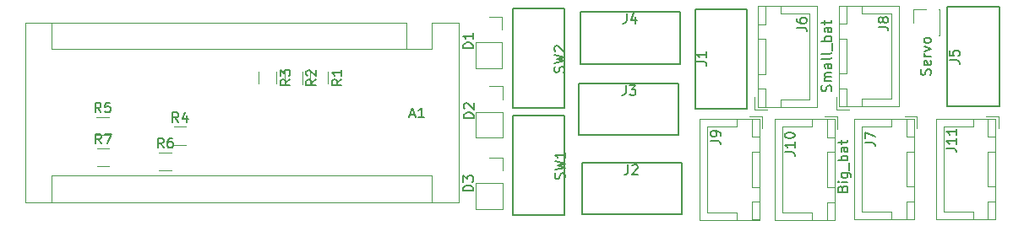
<source format=gbr>
G04 #@! TF.GenerationSoftware,KiCad,Pcbnew,(5.1.2)-2*
G04 #@! TF.CreationDate,2020-01-25T22:11:55+00:00*
G04 #@! TF.ProjectId,rowing_steerting,726f7769-6e67-45f7-9374-65657274696e,rev?*
G04 #@! TF.SameCoordinates,Original*
G04 #@! TF.FileFunction,Legend,Top*
G04 #@! TF.FilePolarity,Positive*
%FSLAX46Y46*%
G04 Gerber Fmt 4.6, Leading zero omitted, Abs format (unit mm)*
G04 Created by KiCad (PCBNEW (5.1.2)-2) date 2020-01-25 22:11:55*
%MOMM*%
%LPD*%
G04 APERTURE LIST*
%ADD10C,0.150000*%
%ADD11C,0.120000*%
G04 APERTURE END LIST*
D10*
X83509811Y-18558236D02*
X83557430Y-18415379D01*
X83605049Y-18367760D01*
X83700287Y-18320140D01*
X83843144Y-18320140D01*
X83938382Y-18367760D01*
X83986001Y-18415379D01*
X84033620Y-18510617D01*
X84033620Y-18891569D01*
X83033620Y-18891569D01*
X83033620Y-18558236D01*
X83081240Y-18462998D01*
X83128859Y-18415379D01*
X83224097Y-18367760D01*
X83319335Y-18367760D01*
X83414573Y-18415379D01*
X83462192Y-18462998D01*
X83509811Y-18558236D01*
X83509811Y-18891569D01*
X84033620Y-17891569D02*
X83366954Y-17891569D01*
X83033620Y-17891569D02*
X83081240Y-17939188D01*
X83128859Y-17891569D01*
X83081240Y-17843950D01*
X83033620Y-17891569D01*
X83128859Y-17891569D01*
X83366954Y-16986807D02*
X84176478Y-16986807D01*
X84271716Y-17034426D01*
X84319335Y-17082045D01*
X84366954Y-17177283D01*
X84366954Y-17320140D01*
X84319335Y-17415379D01*
X83986001Y-16986807D02*
X84033620Y-17082045D01*
X84033620Y-17272521D01*
X83986001Y-17367760D01*
X83938382Y-17415379D01*
X83843144Y-17462998D01*
X83557430Y-17462998D01*
X83462192Y-17415379D01*
X83414573Y-17367760D01*
X83366954Y-17272521D01*
X83366954Y-17082045D01*
X83414573Y-16986807D01*
X84128859Y-16748712D02*
X84128859Y-15986807D01*
X84033620Y-15748712D02*
X83033620Y-15748712D01*
X83414573Y-15748712D02*
X83366954Y-15653474D01*
X83366954Y-15462998D01*
X83414573Y-15367760D01*
X83462192Y-15320140D01*
X83557430Y-15272521D01*
X83843144Y-15272521D01*
X83938382Y-15320140D01*
X83986001Y-15367760D01*
X84033620Y-15462998D01*
X84033620Y-15653474D01*
X83986001Y-15748712D01*
X84033620Y-14415379D02*
X83509811Y-14415379D01*
X83414573Y-14462998D01*
X83366954Y-14558236D01*
X83366954Y-14748712D01*
X83414573Y-14843950D01*
X83986001Y-14415379D02*
X84033620Y-14510617D01*
X84033620Y-14748712D01*
X83986001Y-14843950D01*
X83890763Y-14891569D01*
X83795525Y-14891569D01*
X83700287Y-14843950D01*
X83652668Y-14748712D01*
X83652668Y-14510617D01*
X83605049Y-14415379D01*
X83366954Y-14082045D02*
X83366954Y-13701093D01*
X83033620Y-13939188D02*
X83890763Y-13939188D01*
X83986001Y-13891569D01*
X84033620Y-13796331D01*
X84033620Y-13701093D01*
X82345161Y-8783200D02*
X82392780Y-8640342D01*
X82392780Y-8402247D01*
X82345161Y-8307009D01*
X82297542Y-8259390D01*
X82202304Y-8211771D01*
X82107066Y-8211771D01*
X82011828Y-8259390D01*
X81964209Y-8307009D01*
X81916590Y-8402247D01*
X81868971Y-8592723D01*
X81821352Y-8687961D01*
X81773733Y-8735580D01*
X81678495Y-8783200D01*
X81583257Y-8783200D01*
X81488019Y-8735580D01*
X81440400Y-8687961D01*
X81392780Y-8592723D01*
X81392780Y-8354628D01*
X81440400Y-8211771D01*
X82392780Y-7783200D02*
X81726114Y-7783200D01*
X81821352Y-7783200D02*
X81773733Y-7735580D01*
X81726114Y-7640342D01*
X81726114Y-7497485D01*
X81773733Y-7402247D01*
X81868971Y-7354628D01*
X82392780Y-7354628D01*
X81868971Y-7354628D02*
X81773733Y-7307009D01*
X81726114Y-7211771D01*
X81726114Y-7068914D01*
X81773733Y-6973676D01*
X81868971Y-6926057D01*
X82392780Y-6926057D01*
X82392780Y-6021295D02*
X81868971Y-6021295D01*
X81773733Y-6068914D01*
X81726114Y-6164152D01*
X81726114Y-6354628D01*
X81773733Y-6449866D01*
X82345161Y-6021295D02*
X82392780Y-6116533D01*
X82392780Y-6354628D01*
X82345161Y-6449866D01*
X82249923Y-6497485D01*
X82154685Y-6497485D01*
X82059447Y-6449866D01*
X82011828Y-6354628D01*
X82011828Y-6116533D01*
X81964209Y-6021295D01*
X82392780Y-5402247D02*
X82345161Y-5497485D01*
X82249923Y-5545104D01*
X81392780Y-5545104D01*
X82392780Y-4878438D02*
X82345161Y-4973676D01*
X82249923Y-5021295D01*
X81392780Y-5021295D01*
X82488019Y-4735580D02*
X82488019Y-3973676D01*
X82392780Y-3735580D02*
X81392780Y-3735580D01*
X81773733Y-3735580D02*
X81726114Y-3640342D01*
X81726114Y-3449866D01*
X81773733Y-3354628D01*
X81821352Y-3307009D01*
X81916590Y-3259390D01*
X82202304Y-3259390D01*
X82297542Y-3307009D01*
X82345161Y-3354628D01*
X82392780Y-3449866D01*
X82392780Y-3640342D01*
X82345161Y-3735580D01*
X82392780Y-2402247D02*
X81868971Y-2402247D01*
X81773733Y-2449866D01*
X81726114Y-2545104D01*
X81726114Y-2735580D01*
X81773733Y-2830819D01*
X82345161Y-2402247D02*
X82392780Y-2497485D01*
X82392780Y-2735580D01*
X82345161Y-2830819D01*
X82249923Y-2878438D01*
X82154685Y-2878438D01*
X82059447Y-2830819D01*
X82011828Y-2735580D01*
X82011828Y-2497485D01*
X81964209Y-2402247D01*
X81726114Y-2068914D02*
X81726114Y-1687961D01*
X81392780Y-1926057D02*
X82249923Y-1926057D01*
X82345161Y-1878438D01*
X82392780Y-1783200D01*
X82392780Y-1687961D01*
D11*
X39809420Y-4559300D02*
X42349420Y-4559300D01*
X42349420Y-4559300D02*
X42349420Y-1889300D01*
X39809420Y-1889300D02*
X1579420Y-1889300D01*
X45019420Y-1889300D02*
X42349420Y-1889300D01*
X42349420Y-17259300D02*
X42349420Y-19929300D01*
X42349420Y-17259300D02*
X4249420Y-17259300D01*
X4249420Y-17259300D02*
X4249420Y-19929300D01*
X39809420Y-4559300D02*
X39809420Y-1889300D01*
X39809420Y-4559300D02*
X4249420Y-4559300D01*
X4249420Y-4559300D02*
X4249420Y-1889300D01*
X1579420Y-1889300D02*
X1579420Y-19929300D01*
X1579420Y-19929300D02*
X45019420Y-19929300D01*
X45019420Y-19929300D02*
X45019420Y-1889300D01*
D10*
X71356220Y-524500D02*
X73956220Y-524500D01*
X73956220Y-524500D02*
X73956220Y-5524500D01*
X68756220Y-5424500D02*
X68756220Y-524500D01*
X68756220Y-524500D02*
X71256220Y-524500D01*
X71256220Y-10524500D02*
X68756220Y-10524500D01*
X68756220Y-10524500D02*
X68756220Y-7924500D01*
X73956220Y-8424500D02*
X73956220Y-10524500D01*
X73956220Y-10524500D02*
X71356220Y-10524500D01*
X68756220Y-5424500D02*
X68756220Y-7924500D01*
X73956220Y-5524500D02*
X73956220Y-8424500D01*
X71356220Y-524500D02*
X71256220Y-524500D01*
X71356220Y-10524500D02*
X71256220Y-10524500D01*
X67374780Y-18559780D02*
X67374780Y-21159780D01*
X67374780Y-21159780D02*
X62374780Y-21159780D01*
X62474780Y-15959780D02*
X67374780Y-15959780D01*
X67374780Y-15959780D02*
X67374780Y-18459780D01*
X57374780Y-18459780D02*
X57374780Y-15959780D01*
X57374780Y-15959780D02*
X59974780Y-15959780D01*
X59474780Y-21159780D02*
X57374780Y-21159780D01*
X57374780Y-21159780D02*
X57374780Y-18559780D01*
X62474780Y-15959780D02*
X59974780Y-15959780D01*
X62374780Y-21159780D02*
X59474780Y-21159780D01*
X67374780Y-18559780D02*
X67374780Y-18459780D01*
X57374780Y-18559780D02*
X57374780Y-18459780D01*
X57092840Y-10612120D02*
X57092840Y-10512120D01*
X67092840Y-10612120D02*
X67092840Y-10512120D01*
X62092840Y-13212120D02*
X59192840Y-13212120D01*
X62192840Y-8012120D02*
X59692840Y-8012120D01*
X57092840Y-13212120D02*
X57092840Y-10612120D01*
X59192840Y-13212120D02*
X57092840Y-13212120D01*
X57092840Y-8012120D02*
X59692840Y-8012120D01*
X57092840Y-10512120D02*
X57092840Y-8012120D01*
X67092840Y-8012120D02*
X67092840Y-10512120D01*
X62192840Y-8012120D02*
X67092840Y-8012120D01*
X67092840Y-13212120D02*
X62092840Y-13212120D01*
X67092840Y-10612120D02*
X67092840Y-13212120D01*
X67245240Y-3431540D02*
X67245240Y-6031540D01*
X67245240Y-6031540D02*
X62245240Y-6031540D01*
X62345240Y-831540D02*
X67245240Y-831540D01*
X67245240Y-831540D02*
X67245240Y-3331540D01*
X57245240Y-3331540D02*
X57245240Y-831540D01*
X57245240Y-831540D02*
X59845240Y-831540D01*
X59345240Y-6031540D02*
X57245240Y-6031540D01*
X57245240Y-6031540D02*
X57245240Y-3431540D01*
X62345240Y-831540D02*
X59845240Y-831540D01*
X62245240Y-6031540D02*
X59345240Y-6031540D01*
X67245240Y-3431540D02*
X67245240Y-3331540D01*
X57245240Y-3431540D02*
X57245240Y-3331540D01*
X96608900Y-298440D02*
X99208900Y-298440D01*
X99208900Y-298440D02*
X99208900Y-5298440D01*
X94008900Y-5198440D02*
X94008900Y-298440D01*
X94008900Y-298440D02*
X96508900Y-298440D01*
X96508900Y-10298440D02*
X94008900Y-10298440D01*
X94008900Y-10298440D02*
X94008900Y-7698440D01*
X99208900Y-8198440D02*
X99208900Y-10298440D01*
X99208900Y-10298440D02*
X96608900Y-10298440D01*
X94008900Y-5198440D02*
X94008900Y-7698440D01*
X99208900Y-5298440D02*
X99208900Y-8198440D01*
X96608900Y-298440D02*
X96508900Y-298440D01*
X96608900Y-10298440D02*
X96508900Y-10298440D01*
D11*
X74722540Y-10645260D02*
X75972540Y-10645260D01*
X74722540Y-9395260D02*
X74722540Y-10645260D01*
X80222540Y-995260D02*
X80222540Y-5295260D01*
X77272540Y-995260D02*
X80222540Y-995260D01*
X77272540Y-245260D02*
X77272540Y-995260D01*
X80222540Y-9595260D02*
X80222540Y-5295260D01*
X77272540Y-9595260D02*
X80222540Y-9595260D01*
X77272540Y-10345260D02*
X77272540Y-9595260D01*
X75022540Y-245260D02*
X75022540Y-2045260D01*
X75772540Y-245260D02*
X75022540Y-245260D01*
X75772540Y-2045260D02*
X75772540Y-245260D01*
X75022540Y-2045260D02*
X75772540Y-2045260D01*
X75022540Y-8545260D02*
X75022540Y-10345260D01*
X75772540Y-8545260D02*
X75022540Y-8545260D01*
X75772540Y-10345260D02*
X75772540Y-8545260D01*
X75022540Y-10345260D02*
X75772540Y-10345260D01*
X75022540Y-3545260D02*
X75022540Y-7045260D01*
X75772540Y-3545260D02*
X75022540Y-3545260D01*
X75772540Y-7045260D02*
X75772540Y-3545260D01*
X75022540Y-7045260D02*
X75772540Y-7045260D01*
X75012540Y-235260D02*
X75012540Y-10355260D01*
X80982540Y-235260D02*
X75012540Y-235260D01*
X80982540Y-10355260D02*
X80982540Y-235260D01*
X75012540Y-10355260D02*
X80982540Y-10355260D01*
X90679280Y-11562400D02*
X84709280Y-11562400D01*
X84709280Y-11562400D02*
X84709280Y-21682400D01*
X84709280Y-21682400D02*
X90679280Y-21682400D01*
X90679280Y-21682400D02*
X90679280Y-11562400D01*
X90669280Y-14872400D02*
X89919280Y-14872400D01*
X89919280Y-14872400D02*
X89919280Y-18372400D01*
X89919280Y-18372400D02*
X90669280Y-18372400D01*
X90669280Y-18372400D02*
X90669280Y-14872400D01*
X90669280Y-11572400D02*
X89919280Y-11572400D01*
X89919280Y-11572400D02*
X89919280Y-13372400D01*
X89919280Y-13372400D02*
X90669280Y-13372400D01*
X90669280Y-13372400D02*
X90669280Y-11572400D01*
X90669280Y-19872400D02*
X89919280Y-19872400D01*
X89919280Y-19872400D02*
X89919280Y-21672400D01*
X89919280Y-21672400D02*
X90669280Y-21672400D01*
X90669280Y-21672400D02*
X90669280Y-19872400D01*
X88419280Y-11572400D02*
X88419280Y-12322400D01*
X88419280Y-12322400D02*
X85469280Y-12322400D01*
X85469280Y-12322400D02*
X85469280Y-16622400D01*
X88419280Y-21672400D02*
X88419280Y-20922400D01*
X88419280Y-20922400D02*
X85469280Y-20922400D01*
X85469280Y-20922400D02*
X85469280Y-16622400D01*
X90969280Y-12522400D02*
X90969280Y-11272400D01*
X90969280Y-11272400D02*
X89719280Y-11272400D01*
X83165940Y-10319700D02*
X89135940Y-10319700D01*
X89135940Y-10319700D02*
X89135940Y-199700D01*
X89135940Y-199700D02*
X83165940Y-199700D01*
X83165940Y-199700D02*
X83165940Y-10319700D01*
X83175940Y-7009700D02*
X83925940Y-7009700D01*
X83925940Y-7009700D02*
X83925940Y-3509700D01*
X83925940Y-3509700D02*
X83175940Y-3509700D01*
X83175940Y-3509700D02*
X83175940Y-7009700D01*
X83175940Y-10309700D02*
X83925940Y-10309700D01*
X83925940Y-10309700D02*
X83925940Y-8509700D01*
X83925940Y-8509700D02*
X83175940Y-8509700D01*
X83175940Y-8509700D02*
X83175940Y-10309700D01*
X83175940Y-2009700D02*
X83925940Y-2009700D01*
X83925940Y-2009700D02*
X83925940Y-209700D01*
X83925940Y-209700D02*
X83175940Y-209700D01*
X83175940Y-209700D02*
X83175940Y-2009700D01*
X85425940Y-10309700D02*
X85425940Y-9559700D01*
X85425940Y-9559700D02*
X88375940Y-9559700D01*
X88375940Y-9559700D02*
X88375940Y-5259700D01*
X85425940Y-209700D02*
X85425940Y-959700D01*
X85425940Y-959700D02*
X88375940Y-959700D01*
X88375940Y-959700D02*
X88375940Y-5259700D01*
X82875940Y-9359700D02*
X82875940Y-10609700D01*
X82875940Y-10609700D02*
X84125940Y-10609700D01*
X75452420Y-11282560D02*
X74202420Y-11282560D01*
X75452420Y-12532560D02*
X75452420Y-11282560D01*
X69952420Y-20932560D02*
X69952420Y-16632560D01*
X72902420Y-20932560D02*
X69952420Y-20932560D01*
X72902420Y-21682560D02*
X72902420Y-20932560D01*
X69952420Y-12332560D02*
X69952420Y-16632560D01*
X72902420Y-12332560D02*
X69952420Y-12332560D01*
X72902420Y-11582560D02*
X72902420Y-12332560D01*
X75152420Y-21682560D02*
X75152420Y-19882560D01*
X74402420Y-21682560D02*
X75152420Y-21682560D01*
X74402420Y-19882560D02*
X74402420Y-21682560D01*
X75152420Y-19882560D02*
X74402420Y-19882560D01*
X75152420Y-13382560D02*
X75152420Y-11582560D01*
X74402420Y-13382560D02*
X75152420Y-13382560D01*
X74402420Y-11582560D02*
X74402420Y-13382560D01*
X75152420Y-11582560D02*
X74402420Y-11582560D01*
X75152420Y-18382560D02*
X75152420Y-14882560D01*
X74402420Y-18382560D02*
X75152420Y-18382560D01*
X74402420Y-14882560D02*
X74402420Y-18382560D01*
X75152420Y-14882560D02*
X74402420Y-14882560D01*
X75162420Y-21692560D02*
X75162420Y-11572560D01*
X69192420Y-21692560D02*
X75162420Y-21692560D01*
X69192420Y-11572560D02*
X69192420Y-21692560D01*
X75162420Y-11572560D02*
X69192420Y-11572560D01*
X82703680Y-11597960D02*
X76733680Y-11597960D01*
X76733680Y-11597960D02*
X76733680Y-21717960D01*
X76733680Y-21717960D02*
X82703680Y-21717960D01*
X82703680Y-21717960D02*
X82703680Y-11597960D01*
X82693680Y-14907960D02*
X81943680Y-14907960D01*
X81943680Y-14907960D02*
X81943680Y-18407960D01*
X81943680Y-18407960D02*
X82693680Y-18407960D01*
X82693680Y-18407960D02*
X82693680Y-14907960D01*
X82693680Y-11607960D02*
X81943680Y-11607960D01*
X81943680Y-11607960D02*
X81943680Y-13407960D01*
X81943680Y-13407960D02*
X82693680Y-13407960D01*
X82693680Y-13407960D02*
X82693680Y-11607960D01*
X82693680Y-19907960D02*
X81943680Y-19907960D01*
X81943680Y-19907960D02*
X81943680Y-21707960D01*
X81943680Y-21707960D02*
X82693680Y-21707960D01*
X82693680Y-21707960D02*
X82693680Y-19907960D01*
X80443680Y-11607960D02*
X80443680Y-12357960D01*
X80443680Y-12357960D02*
X77493680Y-12357960D01*
X77493680Y-12357960D02*
X77493680Y-16657960D01*
X80443680Y-21707960D02*
X80443680Y-20957960D01*
X80443680Y-20957960D02*
X77493680Y-20957960D01*
X77493680Y-20957960D02*
X77493680Y-16657960D01*
X82993680Y-12557960D02*
X82993680Y-11307960D01*
X82993680Y-11307960D02*
X81743680Y-11307960D01*
X99122680Y-11272400D02*
X97872680Y-11272400D01*
X99122680Y-12522400D02*
X99122680Y-11272400D01*
X93622680Y-20922400D02*
X93622680Y-16622400D01*
X96572680Y-20922400D02*
X93622680Y-20922400D01*
X96572680Y-21672400D02*
X96572680Y-20922400D01*
X93622680Y-12322400D02*
X93622680Y-16622400D01*
X96572680Y-12322400D02*
X93622680Y-12322400D01*
X96572680Y-11572400D02*
X96572680Y-12322400D01*
X98822680Y-21672400D02*
X98822680Y-19872400D01*
X98072680Y-21672400D02*
X98822680Y-21672400D01*
X98072680Y-19872400D02*
X98072680Y-21672400D01*
X98822680Y-19872400D02*
X98072680Y-19872400D01*
X98822680Y-13372400D02*
X98822680Y-11572400D01*
X98072680Y-13372400D02*
X98822680Y-13372400D01*
X98072680Y-11572400D02*
X98072680Y-13372400D01*
X98822680Y-11572400D02*
X98072680Y-11572400D01*
X98822680Y-18372400D02*
X98822680Y-14872400D01*
X98072680Y-18372400D02*
X98822680Y-18372400D01*
X98072680Y-14872400D02*
X98072680Y-18372400D01*
X98822680Y-14872400D02*
X98072680Y-14872400D01*
X98832680Y-21682400D02*
X98832680Y-11562400D01*
X92862680Y-21682400D02*
X98832680Y-21682400D01*
X92862680Y-11562400D02*
X92862680Y-21682400D01*
X98832680Y-11562400D02*
X92862680Y-11562400D01*
X93219580Y-3224840D02*
X93219580Y-564840D01*
X93099580Y-3224840D02*
X93219580Y-3224840D01*
X93099580Y-564840D02*
X93219580Y-564840D01*
X90559580Y-564840D02*
X91889580Y-564840D01*
X90559580Y-1894840D02*
X90559580Y-564840D01*
X16522616Y-14173880D02*
X17726744Y-14173880D01*
X16522616Y-12353880D02*
X17726744Y-12353880D01*
X8755296Y-11386140D02*
X9959424Y-11386140D01*
X8755296Y-13206140D02*
X9959424Y-13206140D01*
X15031636Y-14937060D02*
X16235764Y-14937060D01*
X15031636Y-16757060D02*
X16235764Y-16757060D01*
X8790856Y-16340500D02*
X9994984Y-16340500D01*
X8790856Y-14520500D02*
X9994984Y-14520500D01*
D10*
X53030120Y-11238220D02*
X53130120Y-11238220D01*
X53030120Y-21238220D02*
X53130120Y-21238220D01*
X50430120Y-16238220D02*
X50430120Y-13338220D01*
X55630120Y-16338220D02*
X55630120Y-13838220D01*
X50430120Y-11238220D02*
X53030120Y-11238220D01*
X50430120Y-13338220D02*
X50430120Y-11238220D01*
X55630120Y-11238220D02*
X55630120Y-13838220D01*
X53130120Y-11238220D02*
X55630120Y-11238220D01*
X55630120Y-21238220D02*
X53130120Y-21238220D01*
X55630120Y-16338220D02*
X55630120Y-21238220D01*
X50430120Y-21238220D02*
X50430120Y-16238220D01*
X53030120Y-21238220D02*
X50430120Y-21238220D01*
X53027580Y-458460D02*
X53127580Y-458460D01*
X53027580Y-10458460D02*
X53127580Y-10458460D01*
X50427580Y-5458460D02*
X50427580Y-2558460D01*
X55627580Y-5558460D02*
X55627580Y-3058460D01*
X50427580Y-458460D02*
X53027580Y-458460D01*
X50427580Y-2558460D02*
X50427580Y-458460D01*
X55627580Y-458460D02*
X55627580Y-3058460D01*
X53127580Y-458460D02*
X55627580Y-458460D01*
X55627580Y-10458460D02*
X53127580Y-10458460D01*
X55627580Y-5558460D02*
X55627580Y-10458460D01*
X50427580Y-10458460D02*
X50427580Y-5458460D01*
X53027580Y-10458460D02*
X50427580Y-10458460D01*
D11*
X30126260Y-6827436D02*
X30126260Y-8031564D01*
X31946260Y-6827436D02*
X31946260Y-8031564D01*
X29393560Y-6850296D02*
X29393560Y-8054424D01*
X27573560Y-6850296D02*
X27573560Y-8054424D01*
X26782440Y-6814736D02*
X26782440Y-8018864D01*
X24962440Y-6814736D02*
X24962440Y-8018864D01*
X48066960Y-1286200D02*
X49396960Y-1286200D01*
X49396960Y-1286200D02*
X49396960Y-2616200D01*
X49396960Y-3886200D02*
X49396960Y-6486200D01*
X46736960Y-6486200D02*
X49396960Y-6486200D01*
X46736960Y-3886200D02*
X46736960Y-6486200D01*
X46736960Y-3886200D02*
X49396960Y-3886200D01*
X46777600Y-10850880D02*
X49437600Y-10850880D01*
X46777600Y-10850880D02*
X46777600Y-13450880D01*
X46777600Y-13450880D02*
X49437600Y-13450880D01*
X49437600Y-10850880D02*
X49437600Y-13450880D01*
X49437600Y-8250880D02*
X49437600Y-9580880D01*
X48107600Y-8250880D02*
X49437600Y-8250880D01*
X46777600Y-18028920D02*
X49437600Y-18028920D01*
X46777600Y-18028920D02*
X46777600Y-20628920D01*
X46777600Y-20628920D02*
X49437600Y-20628920D01*
X49437600Y-18028920D02*
X49437600Y-20628920D01*
X49437600Y-15428920D02*
X49437600Y-16758920D01*
X48107600Y-15428920D02*
X49437600Y-15428920D01*
D10*
X40159394Y-11144546D02*
X40635584Y-11144546D01*
X40064156Y-11430260D02*
X40397489Y-10430260D01*
X40730822Y-11430260D01*
X41587965Y-11430260D02*
X41016537Y-11430260D01*
X41302251Y-11430260D02*
X41302251Y-10430260D01*
X41207013Y-10573118D01*
X41111775Y-10668356D01*
X41016537Y-10715975D01*
X68878200Y-5817193D02*
X69592486Y-5817193D01*
X69735343Y-5864812D01*
X69830581Y-5960050D01*
X69878200Y-6102907D01*
X69878200Y-6198145D01*
X69878200Y-4817193D02*
X69878200Y-5388621D01*
X69878200Y-5102907D02*
X68878200Y-5102907D01*
X69021058Y-5198145D01*
X69116296Y-5293383D01*
X69163915Y-5388621D01*
X61988106Y-16168120D02*
X61988106Y-16882406D01*
X61940487Y-17025263D01*
X61845249Y-17120501D01*
X61702392Y-17168120D01*
X61607154Y-17168120D01*
X62416678Y-16263359D02*
X62464297Y-16215740D01*
X62559535Y-16168120D01*
X62797630Y-16168120D01*
X62892868Y-16215740D01*
X62940487Y-16263359D01*
X62988106Y-16358597D01*
X62988106Y-16453835D01*
X62940487Y-16596692D01*
X62369059Y-17168120D01*
X62988106Y-17168120D01*
X61772206Y-8200140D02*
X61772206Y-8914426D01*
X61724587Y-9057283D01*
X61629349Y-9152521D01*
X61486492Y-9200140D01*
X61391254Y-9200140D01*
X62153159Y-8200140D02*
X62772206Y-8200140D01*
X62438873Y-8581093D01*
X62581730Y-8581093D01*
X62676968Y-8628712D01*
X62724587Y-8676331D01*
X62772206Y-8771569D01*
X62772206Y-9009664D01*
X62724587Y-9104902D01*
X62676968Y-9152521D01*
X62581730Y-9200140D01*
X62296016Y-9200140D01*
X62200778Y-9152521D01*
X62153159Y-9104902D01*
X61878886Y-986540D02*
X61878886Y-1700826D01*
X61831267Y-1843683D01*
X61736029Y-1938921D01*
X61593172Y-1986540D01*
X61497934Y-1986540D01*
X62783648Y-1319874D02*
X62783648Y-1986540D01*
X62545553Y-938921D02*
X62307458Y-1653207D01*
X62926505Y-1653207D01*
X94217240Y-5672413D02*
X94931526Y-5672413D01*
X95074383Y-5720032D01*
X95169621Y-5815270D01*
X95217240Y-5958127D01*
X95217240Y-6053365D01*
X94217240Y-4720032D02*
X94217240Y-5196222D01*
X94693431Y-5243841D01*
X94645812Y-5196222D01*
X94598193Y-5100984D01*
X94598193Y-4862889D01*
X94645812Y-4767651D01*
X94693431Y-4720032D01*
X94788669Y-4672413D01*
X95026764Y-4672413D01*
X95122002Y-4720032D01*
X95169621Y-4767651D01*
X95217240Y-4862889D01*
X95217240Y-5100984D01*
X95169621Y-5196222D01*
X95122002Y-5243841D01*
X78893420Y-2400893D02*
X79607706Y-2400893D01*
X79750563Y-2448512D01*
X79845801Y-2543750D01*
X79893420Y-2686607D01*
X79893420Y-2781845D01*
X78893420Y-1496131D02*
X78893420Y-1686607D01*
X78941040Y-1781845D01*
X78988659Y-1829464D01*
X79131516Y-1924702D01*
X79321992Y-1972321D01*
X79702944Y-1972321D01*
X79798182Y-1924702D01*
X79845801Y-1877083D01*
X79893420Y-1781845D01*
X79893420Y-1591369D01*
X79845801Y-1496131D01*
X79798182Y-1448512D01*
X79702944Y-1400893D01*
X79464849Y-1400893D01*
X79369611Y-1448512D01*
X79321992Y-1496131D01*
X79274373Y-1591369D01*
X79274373Y-1781845D01*
X79321992Y-1877083D01*
X79369611Y-1924702D01*
X79464849Y-1972321D01*
X85756500Y-13932493D02*
X86470786Y-13932493D01*
X86613643Y-13980112D01*
X86708881Y-14075350D01*
X86756500Y-14218207D01*
X86756500Y-14313445D01*
X85756500Y-13551540D02*
X85756500Y-12884874D01*
X86756500Y-13313445D01*
X87100160Y-2337393D02*
X87814446Y-2337393D01*
X87957303Y-2385012D01*
X88052541Y-2480250D01*
X88100160Y-2623107D01*
X88100160Y-2718345D01*
X87528732Y-1718345D02*
X87481113Y-1813583D01*
X87433494Y-1861202D01*
X87338256Y-1908821D01*
X87290637Y-1908821D01*
X87195399Y-1861202D01*
X87147780Y-1813583D01*
X87100160Y-1718345D01*
X87100160Y-1527869D01*
X87147780Y-1432631D01*
X87195399Y-1385012D01*
X87290637Y-1337393D01*
X87338256Y-1337393D01*
X87433494Y-1385012D01*
X87481113Y-1432631D01*
X87528732Y-1527869D01*
X87528732Y-1718345D01*
X87576351Y-1813583D01*
X87623970Y-1861202D01*
X87719208Y-1908821D01*
X87909684Y-1908821D01*
X88004922Y-1861202D01*
X88052541Y-1813583D01*
X88100160Y-1718345D01*
X88100160Y-1527869D01*
X88052541Y-1432631D01*
X88004922Y-1385012D01*
X87909684Y-1337393D01*
X87719208Y-1337393D01*
X87623970Y-1385012D01*
X87576351Y-1432631D01*
X87528732Y-1527869D01*
X70277740Y-13754693D02*
X70992026Y-13754693D01*
X71134883Y-13802312D01*
X71230121Y-13897550D01*
X71277740Y-14040407D01*
X71277740Y-14135645D01*
X71277740Y-13230883D02*
X71277740Y-13040407D01*
X71230121Y-12945169D01*
X71182502Y-12897550D01*
X71039645Y-12802312D01*
X70849169Y-12754693D01*
X70468217Y-12754693D01*
X70372979Y-12802312D01*
X70325360Y-12849931D01*
X70277740Y-12945169D01*
X70277740Y-13135645D01*
X70325360Y-13230883D01*
X70372979Y-13278502D01*
X70468217Y-13326121D01*
X70706312Y-13326121D01*
X70801550Y-13278502D01*
X70849169Y-13230883D01*
X70896788Y-13135645D01*
X70896788Y-12945169D01*
X70849169Y-12849931D01*
X70801550Y-12802312D01*
X70706312Y-12754693D01*
X77704700Y-14881123D02*
X78418986Y-14881123D01*
X78561843Y-14928742D01*
X78657081Y-15023980D01*
X78704700Y-15166838D01*
X78704700Y-15262076D01*
X78704700Y-13881123D02*
X78704700Y-14452552D01*
X78704700Y-14166838D02*
X77704700Y-14166838D01*
X77847558Y-14262076D01*
X77942796Y-14357314D01*
X77990415Y-14452552D01*
X77704700Y-13262076D02*
X77704700Y-13166838D01*
X77752320Y-13071600D01*
X77799939Y-13023980D01*
X77895177Y-12976361D01*
X78085653Y-12928742D01*
X78323748Y-12928742D01*
X78514224Y-12976361D01*
X78609462Y-13023980D01*
X78657081Y-13071600D01*
X78704700Y-13166838D01*
X78704700Y-13262076D01*
X78657081Y-13357314D01*
X78609462Y-13404933D01*
X78514224Y-13452552D01*
X78323748Y-13500171D01*
X78085653Y-13500171D01*
X77895177Y-13452552D01*
X77799939Y-13404933D01*
X77752320Y-13357314D01*
X77704700Y-13262076D01*
X93917520Y-14517903D02*
X94631806Y-14517903D01*
X94774663Y-14565522D01*
X94869901Y-14660760D01*
X94917520Y-14803618D01*
X94917520Y-14898856D01*
X94917520Y-13517903D02*
X94917520Y-14089332D01*
X94917520Y-13803618D02*
X93917520Y-13803618D01*
X94060378Y-13898856D01*
X94155616Y-13994094D01*
X94203235Y-14089332D01*
X94917520Y-12565522D02*
X94917520Y-13136951D01*
X94917520Y-12851237D02*
X93917520Y-12851237D01*
X94060378Y-12946475D01*
X94155616Y-13041713D01*
X94203235Y-13136951D01*
X92294341Y-7135262D02*
X92341960Y-6992405D01*
X92341960Y-6754310D01*
X92294341Y-6659072D01*
X92246722Y-6611453D01*
X92151484Y-6563834D01*
X92056246Y-6563834D01*
X91961008Y-6611453D01*
X91913389Y-6659072D01*
X91865770Y-6754310D01*
X91818151Y-6944786D01*
X91770532Y-7040024D01*
X91722913Y-7087643D01*
X91627675Y-7135262D01*
X91532437Y-7135262D01*
X91437199Y-7087643D01*
X91389580Y-7040024D01*
X91341960Y-6944786D01*
X91341960Y-6706691D01*
X91389580Y-6563834D01*
X92294341Y-5754310D02*
X92341960Y-5849548D01*
X92341960Y-6040024D01*
X92294341Y-6135262D01*
X92199103Y-6182881D01*
X91818151Y-6182881D01*
X91722913Y-6135262D01*
X91675294Y-6040024D01*
X91675294Y-5849548D01*
X91722913Y-5754310D01*
X91818151Y-5706691D01*
X91913389Y-5706691D01*
X92008627Y-6182881D01*
X92341960Y-5278120D02*
X91675294Y-5278120D01*
X91865770Y-5278120D02*
X91770532Y-5230500D01*
X91722913Y-5182881D01*
X91675294Y-5087643D01*
X91675294Y-4992405D01*
X91675294Y-4754310D02*
X92341960Y-4516215D01*
X91675294Y-4278120D01*
X92341960Y-3754310D02*
X92294341Y-3849548D01*
X92246722Y-3897167D01*
X92151484Y-3944786D01*
X91865770Y-3944786D01*
X91770532Y-3897167D01*
X91722913Y-3849548D01*
X91675294Y-3754310D01*
X91675294Y-3611453D01*
X91722913Y-3516215D01*
X91770532Y-3468596D01*
X91865770Y-3420977D01*
X92151484Y-3420977D01*
X92246722Y-3468596D01*
X92294341Y-3516215D01*
X92341960Y-3611453D01*
X92341960Y-3754310D01*
X16958013Y-11896260D02*
X16624680Y-11420070D01*
X16386584Y-11896260D02*
X16386584Y-10896260D01*
X16767537Y-10896260D01*
X16862775Y-10943880D01*
X16910394Y-10991499D01*
X16958013Y-11086737D01*
X16958013Y-11229594D01*
X16910394Y-11324832D01*
X16862775Y-11372451D01*
X16767537Y-11420070D01*
X16386584Y-11420070D01*
X17815156Y-11229594D02*
X17815156Y-11896260D01*
X17577060Y-10848641D02*
X17338965Y-11562927D01*
X17958013Y-11562927D01*
X9190693Y-10928520D02*
X8857360Y-10452330D01*
X8619264Y-10928520D02*
X8619264Y-9928520D01*
X9000217Y-9928520D01*
X9095455Y-9976140D01*
X9143074Y-10023759D01*
X9190693Y-10118997D01*
X9190693Y-10261854D01*
X9143074Y-10357092D01*
X9095455Y-10404711D01*
X9000217Y-10452330D01*
X8619264Y-10452330D01*
X10095455Y-9928520D02*
X9619264Y-9928520D01*
X9571645Y-10404711D01*
X9619264Y-10357092D01*
X9714502Y-10309473D01*
X9952598Y-10309473D01*
X10047836Y-10357092D01*
X10095455Y-10404711D01*
X10143074Y-10499949D01*
X10143074Y-10738044D01*
X10095455Y-10833282D01*
X10047836Y-10880901D01*
X9952598Y-10928520D01*
X9714502Y-10928520D01*
X9619264Y-10880901D01*
X9571645Y-10833282D01*
X15467033Y-14479440D02*
X15133700Y-14003250D01*
X14895604Y-14479440D02*
X14895604Y-13479440D01*
X15276557Y-13479440D01*
X15371795Y-13527060D01*
X15419414Y-13574679D01*
X15467033Y-13669917D01*
X15467033Y-13812774D01*
X15419414Y-13908012D01*
X15371795Y-13955631D01*
X15276557Y-14003250D01*
X14895604Y-14003250D01*
X16324176Y-13479440D02*
X16133700Y-13479440D01*
X16038461Y-13527060D01*
X15990842Y-13574679D01*
X15895604Y-13717536D01*
X15847985Y-13908012D01*
X15847985Y-14288964D01*
X15895604Y-14384202D01*
X15943223Y-14431821D01*
X16038461Y-14479440D01*
X16228938Y-14479440D01*
X16324176Y-14431821D01*
X16371795Y-14384202D01*
X16419414Y-14288964D01*
X16419414Y-14050869D01*
X16371795Y-13955631D01*
X16324176Y-13908012D01*
X16228938Y-13860393D01*
X16038461Y-13860393D01*
X15943223Y-13908012D01*
X15895604Y-13955631D01*
X15847985Y-14050869D01*
X9226253Y-14062880D02*
X8892920Y-13586690D01*
X8654824Y-14062880D02*
X8654824Y-13062880D01*
X9035777Y-13062880D01*
X9131015Y-13110500D01*
X9178634Y-13158119D01*
X9226253Y-13253357D01*
X9226253Y-13396214D01*
X9178634Y-13491452D01*
X9131015Y-13539071D01*
X9035777Y-13586690D01*
X8654824Y-13586690D01*
X9559586Y-13062880D02*
X10226253Y-13062880D01*
X9797681Y-14062880D01*
X55634521Y-17586793D02*
X55682140Y-17443936D01*
X55682140Y-17205840D01*
X55634521Y-17110602D01*
X55586902Y-17062983D01*
X55491664Y-17015364D01*
X55396426Y-17015364D01*
X55301188Y-17062983D01*
X55253569Y-17110602D01*
X55205950Y-17205840D01*
X55158331Y-17396317D01*
X55110712Y-17491555D01*
X55063093Y-17539174D01*
X54967855Y-17586793D01*
X54872617Y-17586793D01*
X54777379Y-17539174D01*
X54729760Y-17491555D01*
X54682140Y-17396317D01*
X54682140Y-17158221D01*
X54729760Y-17015364D01*
X54682140Y-16682031D02*
X55682140Y-16443936D01*
X54967855Y-16253460D01*
X55682140Y-16062983D01*
X54682140Y-15824888D01*
X55682140Y-14920126D02*
X55682140Y-15491555D01*
X55682140Y-15205840D02*
X54682140Y-15205840D01*
X54824998Y-15301079D01*
X54920236Y-15396317D01*
X54967855Y-15491555D01*
X55563401Y-6890853D02*
X55611020Y-6747996D01*
X55611020Y-6509900D01*
X55563401Y-6414662D01*
X55515782Y-6367043D01*
X55420544Y-6319424D01*
X55325306Y-6319424D01*
X55230068Y-6367043D01*
X55182449Y-6414662D01*
X55134830Y-6509900D01*
X55087211Y-6700377D01*
X55039592Y-6795615D01*
X54991973Y-6843234D01*
X54896735Y-6890853D01*
X54801497Y-6890853D01*
X54706259Y-6843234D01*
X54658640Y-6795615D01*
X54611020Y-6700377D01*
X54611020Y-6462281D01*
X54658640Y-6319424D01*
X54611020Y-5986091D02*
X55611020Y-5747996D01*
X54896735Y-5557520D01*
X55611020Y-5367043D01*
X54611020Y-5128948D01*
X54706259Y-4795615D02*
X54658640Y-4747996D01*
X54611020Y-4652758D01*
X54611020Y-4414662D01*
X54658640Y-4319424D01*
X54706259Y-4271805D01*
X54801497Y-4224186D01*
X54896735Y-4224186D01*
X55039592Y-4271805D01*
X55611020Y-4843234D01*
X55611020Y-4224186D01*
X33308640Y-7596166D02*
X32832450Y-7929500D01*
X33308640Y-8167595D02*
X32308640Y-8167595D01*
X32308640Y-7786642D01*
X32356260Y-7691404D01*
X32403879Y-7643785D01*
X32499117Y-7596166D01*
X32641974Y-7596166D01*
X32737212Y-7643785D01*
X32784831Y-7691404D01*
X32832450Y-7786642D01*
X32832450Y-8167595D01*
X33308640Y-6643785D02*
X33308640Y-7215214D01*
X33308640Y-6929500D02*
X32308640Y-6929500D01*
X32451498Y-7024738D01*
X32546736Y-7119976D01*
X32594355Y-7215214D01*
X30755940Y-7619026D02*
X30279750Y-7952360D01*
X30755940Y-8190455D02*
X29755940Y-8190455D01*
X29755940Y-7809502D01*
X29803560Y-7714264D01*
X29851179Y-7666645D01*
X29946417Y-7619026D01*
X30089274Y-7619026D01*
X30184512Y-7666645D01*
X30232131Y-7714264D01*
X30279750Y-7809502D01*
X30279750Y-8190455D01*
X29851179Y-7238074D02*
X29803560Y-7190455D01*
X29755940Y-7095217D01*
X29755940Y-6857121D01*
X29803560Y-6761883D01*
X29851179Y-6714264D01*
X29946417Y-6666645D01*
X30041655Y-6666645D01*
X30184512Y-6714264D01*
X30755940Y-7285693D01*
X30755940Y-6666645D01*
X28144820Y-7583466D02*
X27668630Y-7916800D01*
X28144820Y-8154895D02*
X27144820Y-8154895D01*
X27144820Y-7773942D01*
X27192440Y-7678704D01*
X27240059Y-7631085D01*
X27335297Y-7583466D01*
X27478154Y-7583466D01*
X27573392Y-7631085D01*
X27621011Y-7678704D01*
X27668630Y-7773942D01*
X27668630Y-8154895D01*
X27144820Y-7250133D02*
X27144820Y-6631085D01*
X27525773Y-6964419D01*
X27525773Y-6821561D01*
X27573392Y-6726323D01*
X27621011Y-6678704D01*
X27716249Y-6631085D01*
X27954344Y-6631085D01*
X28049582Y-6678704D01*
X28097201Y-6726323D01*
X28144820Y-6821561D01*
X28144820Y-7107276D01*
X28097201Y-7202514D01*
X28049582Y-7250133D01*
X46462380Y-4468095D02*
X45462380Y-4468095D01*
X45462380Y-4230000D01*
X45510000Y-4087142D01*
X45605238Y-3991904D01*
X45700476Y-3944285D01*
X45890952Y-3896666D01*
X46033809Y-3896666D01*
X46224285Y-3944285D01*
X46319523Y-3991904D01*
X46414761Y-4087142D01*
X46462380Y-4230000D01*
X46462380Y-4468095D01*
X46462380Y-2944285D02*
X46462380Y-3515714D01*
X46462380Y-3230000D02*
X45462380Y-3230000D01*
X45605238Y-3325238D01*
X45700476Y-3420476D01*
X45748095Y-3515714D01*
X46532380Y-11498095D02*
X45532380Y-11498095D01*
X45532380Y-11260000D01*
X45580000Y-11117142D01*
X45675238Y-11021904D01*
X45770476Y-10974285D01*
X45960952Y-10926666D01*
X46103809Y-10926666D01*
X46294285Y-10974285D01*
X46389523Y-11021904D01*
X46484761Y-11117142D01*
X46532380Y-11260000D01*
X46532380Y-11498095D01*
X45627619Y-10545714D02*
X45580000Y-10498095D01*
X45532380Y-10402857D01*
X45532380Y-10164761D01*
X45580000Y-10069523D01*
X45627619Y-10021904D01*
X45722857Y-9974285D01*
X45818095Y-9974285D01*
X45960952Y-10021904D01*
X46532380Y-10593333D01*
X46532380Y-9974285D01*
X46494960Y-18787335D02*
X45494960Y-18787335D01*
X45494960Y-18549240D01*
X45542580Y-18406382D01*
X45637818Y-18311144D01*
X45733056Y-18263525D01*
X45923532Y-18215906D01*
X46066389Y-18215906D01*
X46256865Y-18263525D01*
X46352103Y-18311144D01*
X46447341Y-18406382D01*
X46494960Y-18549240D01*
X46494960Y-18787335D01*
X45494960Y-17882573D02*
X45494960Y-17263525D01*
X45875913Y-17596859D01*
X45875913Y-17454001D01*
X45923532Y-17358763D01*
X45971151Y-17311144D01*
X46066389Y-17263525D01*
X46304484Y-17263525D01*
X46399722Y-17311144D01*
X46447341Y-17358763D01*
X46494960Y-17454001D01*
X46494960Y-17739716D01*
X46447341Y-17834954D01*
X46399722Y-17882573D01*
M02*

</source>
